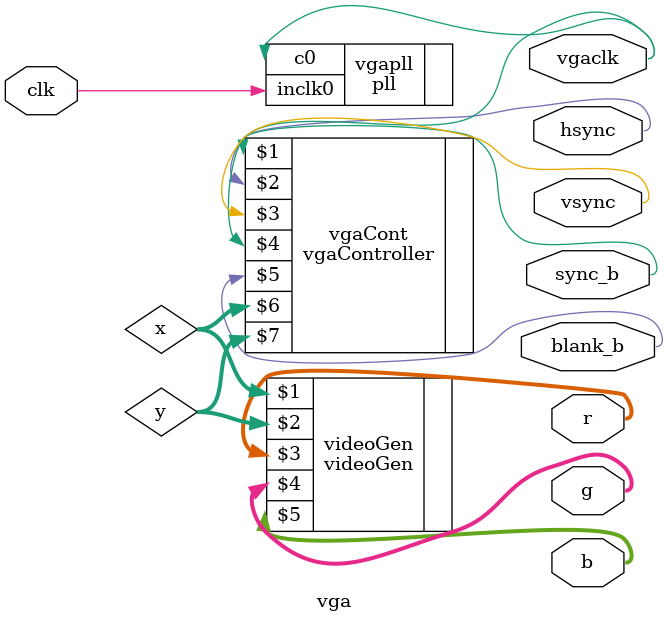
<source format=sv>
module vga(input logic clk,

output logic vgaclk, // 25.175 MHz VGA clock
output logic hsync, vsync,
output logic sync_b, blank_b, // To monitor & DAC
output logic [7:0] r, g, b); // To video DAC
logic [9:0] x, y;
// Use a PLL to create the 25.175 MHz VGA pixel clock
// 25.175 MHz clk period = 39.772 ns
// Screen is 800 clocks wide by 525 tall, but only 640 x 480 used
// HSync = 1/(39.772 ns *800) = 31.470 kHz
// Vsync = 31.474 kHz / 525 = 59.94 Hz (~60 Hz refresh rate)
pll vgapll(.inclk0(clk), .c0(vgaclk));
// Generate monitor timing signals
vgaController vgaCont(vgaclk, hsync, vsync, sync_b, blank_b, x, y);
// User-defined module to determine pixel color
videoGen videoGen(x, y, r, g, b);

endmodule
</source>
